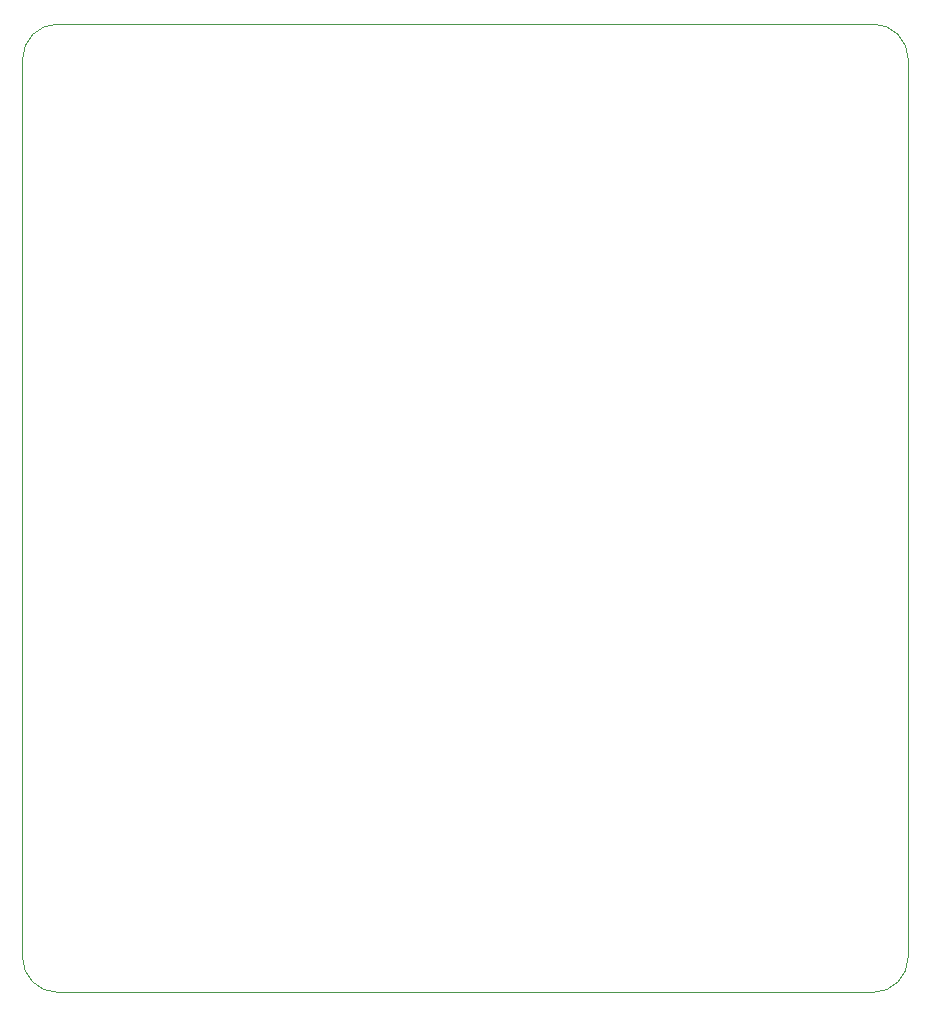
<source format=gbr>
%TF.GenerationSoftware,KiCad,Pcbnew,(6.0.0)*%
%TF.CreationDate,2022-05-13T15:12:09+02:00*%
%TF.ProjectId,Carte Odom_trie V2,43617274-6520-44f6-946f-6de974726965,rev?*%
%TF.SameCoordinates,Original*%
%TF.FileFunction,Profile,NP*%
%FSLAX46Y46*%
G04 Gerber Fmt 4.6, Leading zero omitted, Abs format (unit mm)*
G04 Created by KiCad (PCBNEW (6.0.0)) date 2022-05-13 15:12:09*
%MOMM*%
%LPD*%
G01*
G04 APERTURE LIST*
%TA.AperFunction,Profile*%
%ADD10C,0.050000*%
%TD*%
G04 APERTURE END LIST*
D10*
X204000000Y-72000000D02*
X204000000Y-141000000D01*
X129000000Y-148000000D02*
G75*
G03*
X132000000Y-151000000I3000001J1D01*
G01*
X204000000Y-72000000D02*
G75*
G03*
X201000000Y-69000000I-3000001J-1D01*
G01*
X132000000Y-69000000D02*
G75*
G03*
X129000000Y-72000000I1J-3000001D01*
G01*
X132000000Y-69000000D02*
X201000000Y-69000000D01*
X201000000Y-151000000D02*
G75*
G03*
X204000000Y-148000000I-1J3000001D01*
G01*
X129000000Y-141000000D02*
X129000000Y-148000000D01*
X129000000Y-141000000D02*
X129000000Y-72000000D01*
X204000000Y-141000000D02*
X204000000Y-148000000D01*
X201000000Y-151000000D02*
X132000000Y-151000000D01*
M02*

</source>
